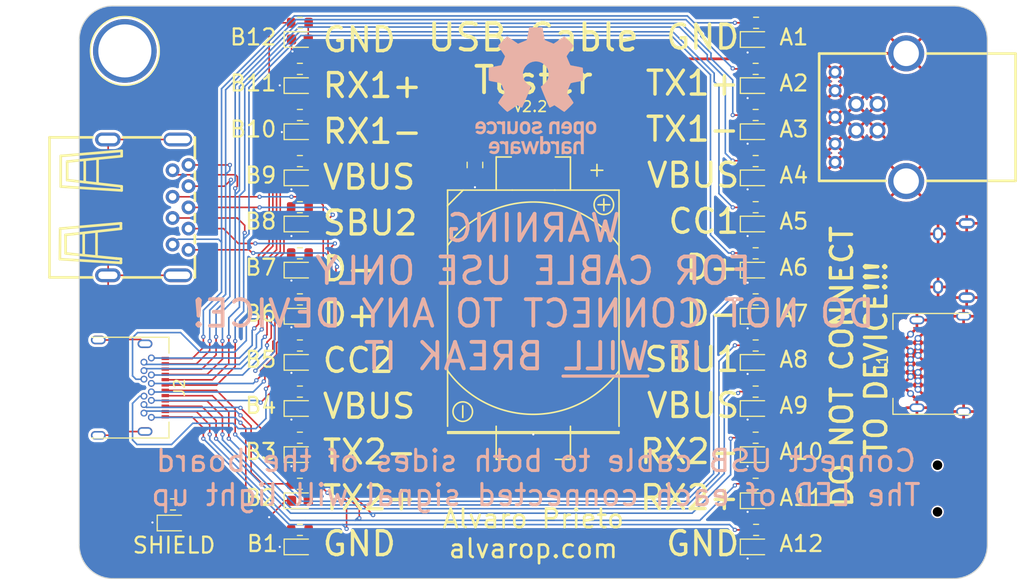
<source format=kicad_pcb>
(kicad_pcb (version 20221018) (generator pcbnew)
  (title_block (title "USB Cable Tester") (date "2023-08-19") (rev "2.2") (company "Quesadillon LLC"))
  (layers (0 "F.Cu" signal) (31 "B.Cu" signal) (34 "B.Paste" user) (35 "F.Paste" user) (36 "B.SilkS" user "B.Silkscreen") (37 "F.SilkS" user "F.Silkscreen") (38 "B.Mask" user) (39 "F.Mask" user) (44 "Edge.Cuts" user))
  (net 0 "")
  (net 1 "Net-(D1-A)")
  (net 2 "Net-(D2-A)")
  (net 3 "GND")
  (net 4 "Net-(D3-A)")
  (net 5 "Net-(D4-A)")
  (net 6 "Net-(D5-A)")
  (net 7 "Net-(D6-A)")
  (net 8 "Net-(D7-A)")
  (net 9 "Net-(D8-A)")
  (net 10 "Net-(D9-A)")
  (net 11 "+3V3")
  (net 12 "Net-(D10-A)")
  (net 13 "Net-(D11-A)")
  (net 14 "Net-(D12-A)")
  (net 15 "Net-(D13-A)")
  (net 16 "Net-(D14-A)")
  (net 17 "Net-(D15-A)")
  (net 18 "Net-(D16-A)")
  (net 19 "Net-(D17-A)")
  (net 20 "Net-(D18-A)")
  (net 21 "Net-(D19-A)")
  (net 22 "Net-(D20-A)")
  (net 23 "Net-(D21-A)")
  (net 24 "Net-(D22-A)")
  (net 25 "Net-(D23-A)")
  (net 26 "Net-(D24-A)")
  (net 27 "Net-(D25-A)")
  (net 28 "/GND_A1")
  (net 29 "/TX1+")
  (net 30 "/TX1-")
  (net 31 "/VBUS_A4")
  (net 32 "/CC1")
  (net 33 "/D+_A")
  (net 34 "/D-_A")
  (net 35 "/VBUS_B9")
  (net 36 "/VBUS_A9")
  (net 37 "/RX2-")
  (net 38 "/RX2+")
  (net 39 "/GND_A12")
  (net 40 "/GND_B1")
  (net 41 "/TX2+")
  (net 42 "/TX2-")
  (net 43 "/VBUS_B4")
  (net 44 "/CC2")
  (net 45 "/D-_B")
  (net 46 "/RX1-")
  (net 47 "/RX1+")
  (net 48 "/GND_B12")
  (net 49 "/SHLD")
  (net 50 "/SBU1")
  (net 51 "/D+_B")
  (net 52 "/SBU2")
  (footprint "LED_SMD:LED_0603_1608Metric" (layer "F.Cu") (at 66.0375 121.75)
    (fp_text reference "D21" hide)
    (fp_text value "LED")
  )
  (footprint "Resistor_SMD:R_0603_1608Metric" (layer "F.Cu") (at 78 113.709086)
    (fp_text reference "R4" hide)
    (fp_text value "1k")
  )
  (footprint "easyeda:MICRO-USB-SMD_10118194-0001LF" (layer "F.Cu") (at 139.5 97 90)
    (fp_text reference "J3" hide)
    (fp_text value "USB_B_Micro")
  )
  (footprint "easyeda:MINI-USB-SMD_MINI-5PTP" (layer "F.Cu") (at 138 118.5 90)
    (fp_text reference "J5" hide)
    (fp_text value "USB_B_Mini")
  )
  (footprint "Resistor_SMD:R_0603_1608Metric" (layer "F.Cu") (at 78 74.6)
    (fp_text reference "R25" hide)
    (fp_text value "1k")
  )
  (footprint "LED_SMD:LED_0603_1608Metric" (layer "F.Cu") (at 78 76.173913)
    (fp_text reference "D25" hide)
    (fp_text value "LED")
  )
  (footprint "Resistor_SMD:R_0603_1608Metric" (layer "F.Cu") (at 120.96 78.945454)
    (fp_text reference "R7" hide)
    (fp_text value "1k")
  )
  (footprint "Resistor_SMD:R_0603_1608Metric" (layer "F.Cu") (at 120.96 87.636362)
    (fp_text reference "R20" hide)
    (fp_text value "1k")
  )
  (footprint "Resistor_SMD:R_0603_1608Metric" (layer "F.Cu") (at 120.96 91.981816)
    (fp_text reference "R16" hide)
    (fp_text value "1k")
  )
  (footprint "LED_SMD:LED_0603_1608Metric" (layer "F.Cu") (at 78 102.260869)
    (fp_text reference "D11" hide)
    (fp_text value "LED")
  )
  (footprint "LED_SMD:LED_0603_1608Metric" (layer "F.Cu") (at 121 84.869565)
    (fp_text reference "D8" hide)
    (fp_text value "LED")
  )
  (footprint "Resistor_SMD:R_0603_1608Metric" (layer "F.Cu") (at 120.96 83.290908)
    (fp_text reference "R8" hide)
    (fp_text value "1k")
  )
  (footprint "Resistor_SMD:R_0603_1608Metric" (layer "F.Cu") (at 120.96 105.018178)
    (fp_text reference "R17" hide)
    (fp_text value "1k")
  )
  (footprint "Resistor_SMD:R_0603_1608Metric" (layer "F.Cu") (at 120.96 118.05454)
    (fp_text reference "R5" hide)
    (fp_text value "1k")
  )
  (footprint "TestPoint:TestPoint_Plated_Hole_D5.0mm" (layer "F.Cu") (at 61.5 77.25)
    (fp_text reference "REF**" hide)
    (fp_text value "TestPoint_Plated_Hole_D5.0mm")
  )
  (footprint "myfootprints:USB_C" (layer "F.Cu") (at 63.5 106.58 -90)
    (fp_text reference "J2")
    (fp_text value "USB_C_Receptacle_ALLPINS")
  )
  (footprint "LED_SMD:LED_0603_1608Metric" (layer "F.Cu") (at 121 119.652173)
    (fp_text reference "D5" hide)
    (fp_text value "LED")
  )
  (footprint "LED_SMD:LED_0603_1608Metric" (layer "F.Cu") (at 78 80.521739)
    (fp_text reference "D9" hide)
    (fp_text value "LED")
  )
  (footprint "Capacitor_SMD:C_0805_2012Metric" (layer "F.Cu") (at 94.5 88 -90)
    (fp_text reference "C1" hide)
    (fp_text value "C_Small")
  )
  (footprint "LED_SMD:LED_0603_1608Metric" (layer "F.Cu") (at 121 97.913043)
    (fp_text reference "D12" hide)
    (fp_text value "LED")
  )
  (footprint "LED_SMD:LED_0603_1608Metric" (layer "F.Cu") (at 121 93.565217)
    (fp_text reference "D16" hide)
    (fp_text value "LED")
  )
  (footprint "Resistor_SMD:R_0603_1608Metric" (layer "F.Cu") (at 78 122.4)
    (fp_text reference "R24" hide)
    (fp_text value "1k")
  )
  (footprint "LED_SMD:LED_0603_1608Metric" (layer "F.Cu") (at 78 84.869565)
    (fp_text reference "D10" hide)
    (fp_text value "LED")
  )
  (footprint "LED_SMD:LED_0603_1608Metric" (layer "F.Cu") (at 78 115.304347)
    (fp_text reference "D4" hide)
    (fp_text value "LED")
  )
  (footprint "Resistor_SMD:R_0603_1608Metric" (layer "F.Cu") (at 120.96 100.672724)
    (fp_text reference "R14" hide)
    (fp_text value "1k")
  )
  (footprint "LED_SMD:LED_0603_1608Metric" (layer "F.Cu") (at 121 102.260869)
    (fp_text reference "D14" hide)
    (fp_text value "LED")
  )
  (footprint "Resistor_SMD:R_0603_1608Metric" (layer "F.Cu") (at 78 109.363632)
    (fp_text reference "R1" hide)
    (fp_text value "1k")
  )
  (footprint "myfootprints:USB_C" (layer "F.Cu") (at 136.06 109.16 90)
    (fp_text reference "J1")
    (fp_text value "USB_C_Receptacle")
  )
  (footprint "Resistor_SMD:R_0603_1608Metric" (layer "F.Cu") (at 78 96.32727)
    (fp_text reference "R13" hide)
    (fp_text value "1k")
  )
  (footprint "LED_SMD:LED_0603_1608Metric" (layer "F.Cu") (at 78 89.217391)
    (fp_text reference "D2" hide)
    (fp_text value "LED")
  )
  (footprint "LED_SMD:LED_0603_1608Metric" (layer "F.Cu") (at 78 106.608695)
    (fp_text reference "D15" hide)
    (fp_text value "LED")
  )
  (footprint "easyeda:USB-B-TH_XUNPU_USB-306BWD-ARW" (layer "F.Cu") (at 131.795 83.5 90)
    (fp_text reference "J4" hide)
    (fp_text value "USB3_B")
  )
  (footprint "LED_SMD:LED_0603_1608Metric" (layer "F.Cu") (at 121 76.173913)
    (fp_text reference "D22" hide)
    (fp_text value "LED")
  )
  (footprint "easyeda:BAT-TH_CR2032-BS-6-1" (layer "F.Cu") (at 100 101.5 90)
    (fp_text reference "BT1" hide)
    (fp_text value "CR2032")
  )
  (footprint "Resistor_SMD:R_0603_1608Metric" (layer "F.Cu") (at 78 91.981816)
    (fp_text reference "R18" hide)
    (fp_text value "1k")
  )
  (footprint "Resistor_SMD:R_0603_1608Metric" (layer "F.Cu") (at 121 122.4)
    (fp_text reference "R23" hide)
    (fp_text value "1k")
  )
  (footprint "LED_SMD:LED_0603_1608Metric" (layer "F.Cu") (at 121 115.304347)
    (fp_text reference "D6" hide)
    (fp_text value "LED")
  )
  (footprint "easyeda:USB-A-TH_U231-091N-5" (layer "F.Cu") (at 63.7 92 -90)
    (fp_text reference "J6" hide)
    (fp_text value "USB3_A")
  )
  (footprint "LED_SMD:LED_0603_1608Metric" (layer "F.Cu") (at 121 89.217391)
    (fp_text reference "D20" hide)
    (fp_text value "LED")
  )
  (footprint "Resistor_SMD:R_0603_1608Metric" (layer "F.Cu") (at 78 87.636362)
    (fp_text reference "R2" hide)
    (fp_text value "1k")
  )
  (footprint "LED_SMD:LED_0603_1608Metric" (layer "F.Cu") (at 121 106.608695)
    (fp_text reference "D17" hide)
    (fp_text value "LED")
  )
  (footprint "Resistor_SMD:R_0603_1608Metric" (layer "F.Cu") (at 78 83.290908)
    (fp_text reference "R10" hide)
    (fp_text value "1k")
  )
  (footprint "Resistor_SMD:R_0603_1608Metric" (layer "F.Cu") (at 78 118.05454)
    (fp_text reference "R3" hide)
    (fp_text value "1k")
  )
  (footprint "LED_SMD:LED_0603_1608Metric" (layer "F.Cu") (at 121 124)
    (fp_text reference "D23" hide)
    (fp_text value "LED")
  )
  (footprint "Resistor_SMD:R_0603_1608Metric" (layer "F.Cu") (at 120.96 109.363632)
    (fp_text reference "R19" hide)
    (fp_text value "1k")
  )
  (footprint "Resistor_SMD:R_0603_1608Metric" (layer "F.Cu") (at 120.96 96.32727)
    (fp_text reference "R12" hide)
    (fp_text value "1k")
  )
  (footprint "Resistor_SMD:R_0603_1608Metric" (layer "F.Cu") (at 78 78.945454)
    (fp_text reference "R9" hide)
    (fp_text value "1k")
  )
  (footprint "LED_SMD:LED_0603_1608Metric" (layer "F.Cu") (at 78 110.956521)
    (fp_text reference "D1" hide)
    (fp_text value "LED")
  )
  (footprint "Resistor_SMD:R_0603_1608Metric" (layer "F.Cu") (at 121 74.6)
    (fp_text reference "R22" hide)
    (fp_text value "1k")
  )
  (footprint "LED_SMD:LED_0603_1608Metric" (layer "F.Cu") (at 121 110.956521)
    (fp_text reference "D19" hide)
    (fp_text value "LED")
  )
  (footprint "Resistor_SMD:R_0603_1608Metric" (layer "F.Cu") (at 78 105.018178)
    (fp_text reference "R15" hide)
    (fp_text value "1k")
  )
  (footprint "LED_SMD:LED_0603_1608Metric" (layer "F.Cu") (at 121 80.521739)
    (fp_text reference "D7" hide)
    (fp_text value "LED")
  )
  (footprint "Resistor_SMD:R_0603_1608Metric" (layer "F.Cu") (at 66.0375 120)
    (fp_text reference "R21" hide)
    (fp_text value "1k")
  )
  (footprint "LED_SMD:LED_0603_1608Metric" (layer "F.Cu") (at 78 119.652173)
    (fp_text reference "D3" hide)
    (fp_text value "LED")
  )
  (footprint "LED_SMD:LED_0603_1608Metric" (layer "F.Cu") (at 78 124)
    (fp_text reference "D24" hide)
    (fp_text value "LED")
  )
  (footprint "LED_SMD:LED_0603_1608Metric" (layer "F.Cu") (at 78 97.913043)
    (fp_text reference "D13" hide)
    (fp_text value "LED")
  )
  (footprint "Resistor_SMD:R_0603_1608Metric" (layer "F.Cu") (at 120.96 113.709086)
    (fp_text reference "R6" hide)
    (fp_text value "1k")
  )
  (footprint "Resistor_SMD:R_0603_1608Metric" (layer "F.Cu") (at 78 100.672724)
    (fp_text reference "R11" hide)
    (fp_text value "1k")
  )
  (footprint "LED_SMD:LED_0603_1608Metric" (layer "F.Cu") (at 78 93.565217)
    (fp_text reference "D18" hide)
    (fp_text value "LED")
  )
  (footprint "Symbol:OSHW-Logo_11.4x12mm_SilkScreen" (layer "B.Cu") (at 100.25 81 180)
    (fp_text reference "REF**" hide)
    (fp_text value "OSHW-Logo_11.4x12mm_SilkScreen" hide)
  )
  (gr_line (start 102.8 107.9) (end 110.8 107.9) (stroke (width 0.3)) (layer "B.SilkS"))
  (gr_line locked (start 57.2 123.81) (end 57.2 76.19) (stroke (width 0.1)) (layer "Edge.Cuts"))
  (gr_arc locked (start 57.2 76.19) (mid 58.1314 73.9414) (end 60.38 73.01) (stroke (width 0.1)) (layer "Edge.Cuts"))
  (gr_arc locked (start 60.38 126.99) (mid 58.1314 126.0586) (end 57.2 123.81) (stroke (width 0.1)) (layer "Edge.Cuts"))
  (gr_arc locked (start 142.8 123.81) (mid 141.8686 126.0586) (end 139.62 126.99) (stroke (width 0.1)) (layer "Edge.Cuts"))
  (gr_line locked (start 139.62 126.99) (end 60.38 126.99) (stroke (width 0.1)) (layer "Edge.Cuts"))
  (gr_arc locked (start 139.62 73.01) (mid 141.8686 73.9414) (end 142.8 76.19) (stroke (width 0.1)) (layer "Edge.Cuts"))
  (gr_line locked (start 142.8 76.19) (end 142.8 123.81) (stroke (width 0.1)) (layer "Edge.Cuts"))
  (gr_line locked (start 60.38 73.01) (end 139.62 73.01) (stroke (width 0.1)) (layer "Edge.Cuts"))
  (gr_text "Connect USB cable to both sides of the board\nThe LED of each connected signal will light up" (at 100.25 117.5) (layer "B.SilkS") (effects (font (size 2 2) (thickness 0.285714)) (justify mirror)))
  (gr_text "WARNING\nFOR CABLE USE ONLY\nDO NOT CONNECT TO ANY DEVICE!\nIT WILL BREAK IT" (at 100 100) (layer "B.SilkS") (effects (font (size 2.5 2.5) (thickness 0.357143)) (justify mirror)))
  (gr_text "VBUS" (at 115.058334 88.972727) (layer "F.SilkS") (effects (font (size 2.25 2.25) (thickness 0.321429))))
  (gr_text "A12" (at 125.272619 123.7) (layer "F.SilkS") (effects (font (size 1.5 1.5) (thickness 0.214286))))
  (gr_text "TX1+" (at 115.004762 80.290909) (layer "F.SilkS") (effects (font (size 2.25 2.25) (thickness 0.321429))))
  (gr_text "B2" (at 74.314286 119.35909) (layer "F.SilkS") (effects (font (size 1.5 1.5) (thickness 0.214286))))
  (gr_text "D+" (at 82.689285 102.109086) (layer "F.SilkS") (effects (font (size 2.25 2.25) (thickness 0.321429))))
  (gr_text "CC1" (at 116.076191 93.313636) (layer "F.SilkS") (effects (font (size 2.25 2.25) (thickness 0.321429))))
  (gr_text "RX2-" (at 114.736905 115.018181) (layer "F.SilkS") (effects (font (size 2.25 2.25) (thickness 0.321429))))
  (gr_text "B5" (at 74.314286 106.336363) (layer "F.SilkS") (effects (font (size 1.5 1.5) (thickness 0.214286))))
  (gr_text "SBU2" (at 84.617857 93.472724) (layer "F.SilkS") (effects (font (size 2.25 2.25) (thickness 0.321429))))
  (gr_text "B10" (at 73.6 84.631818) (layer "F.SilkS") (effects (font (size 1.5 1.5) (thickness 0.214286))))
  (gr_text "VBUS" (at 84.510714 89.154543) (layer "F.SilkS") (effects (font (size 2.25 2.25) (thickness 0.321429))))
  (gr_text "SBU1" (at 114.951191 106.336363) (layer "F.SilkS") (effects (font (size 2.25 2.25) (thickness 0.321429))))
  (gr_text "GND" (at 83.6 76.2) (layer "F.SilkS") (effects (font (size 2.25 2.25) (thickness 0.321429))))
  (gr_text "B6" (at 74.314286 101.995454) (layer "F.SilkS") (effects (font (size 1.5 1.5) (thickness 0.214286))))
  (gr_text "A2" (at 124.558334 80.290909) (layer "F.SilkS") (effects (font (size 1.5 1.5) (thickness 0.214286))))
  (gr_text "TX2-" (at 84.564285 115.063629) (layer "F.SilkS") (effects (font (size 2.25 2.25) (thickness 0.321429))))
  (gr_text "B1" (at 74.469048 123.7) (layer "F.SilkS") (effects (font (size 1.5 1.5) (thickness 0.214286))))
  (gr_text "GND" (at 115.969048 75.95) (layer "F.SilkS") (effects (font (size 2.25 2.25) (thickness 0.321429))))
  (gr_text "GND" (at 115.969048 123.7) (layer "F.SilkS") (effects (font (size 2.25 2.25) (thickness 0.321429))))
  (gr_text "A1" (at 124.558334 75.95) (layer "F.SilkS") (effects (font (size 1.5 1.5) (thickness 0.214286))))
  (gr_text "A11" (at 125.272619 119.35909) (layer "F.SilkS") (effects (font (size 1.5 1.5) (thickness 0.214286))))
  (gr_text "B12" (at 73.6 75.95) (layer "F.SilkS") (effects (font (size 1.5 1.5) (thickness 0.214286))))
  (gr_text "A3" (at 124.558334 84.631818) (layer "F.SilkS") (effects (font (size 1.5 1.5) (thickness 0.214286))))
  (gr_text "TX2+" (at 84.564285 119.38181) (layer "F.SilkS") (effects (font (size 2.25 2.25) (thickness 0.321429))))
  (gr_text "A4" (at 124.558334 88.972727) (layer "F.SilkS") (effects (font (size 1.5 1.5) (thickness 0.214286))))
  (gr_text "Alvaro Prieto\nalvarop.com" (at 100 122.75) (layer "F.SilkS") (effects (font (size 1.75 1.75) (thickness 0.25))))
  (gr_text "D-" (at 82.689285 97.790905) (layer "F.SilkS") (effects (font (size 2.25 2.25) (thickness 0.321429))))
  (gr_text "D-" (at 116.879762 101.995454) (layer "F.SilkS") (effects (font (size 2.25 2.25) (thickness 0.321429))))
  (gr_text "VBUS" (at 115.058334 110.677272) (layer "F.SilkS") (effects (font (size 2.25 2.25) (thickness 0.321429))))
  (gr_text "B7" (at 74.314286 97.654545) (layer "F.SilkS") (effects (font (size 1.5 1.5) (thickness 0.214286))))
  (gr_text "B3" (at 74.314286 115.018181) (layer "F.SilkS") (effects (font (size 1.5 1.5) (thickness 0.214286))))
  (gr_text "A6" (at 124.558334 97.654545) (layer "F.SilkS") (effects (font (size 1.5 1.5) (thickness 0.214286))))
  (gr_text "A5" (at 124.558334 93.313636) (layer "F.SilkS") (effects (font (size 1.5 1.5) (thickness 0.214286))))
  (gr_text "RX1-" (at 84.832143 84.836362) (layer "F.SilkS") (effects (font (size 2.25 2.25) (thickness 0.321429))))
  (gr_text "TX1-" (at 115.004762 84.631818) (layer "F.SilkS") (effects (font (size 2.25 2.25) (thickness 0.321429))))
  (gr_text "DO NOT CONNECT \nTO DEVICE!!!" (at 130.7 106.25 90) (layer "F.SilkS") (effects (font (size 2 2) (thickness 0.321429))))
  (gr_text "A8" (at 124.558334 106.336363) (layer "F.SilkS") (effects (font (size 1.5 1.5) (thickness 0.214286))))
  (gr_text "VBUS" (at 84.510714 110.745448) (layer "F.SilkS") (effects (font (size 2.25 2.25) (thickness 0.321429))))
  (gr_text "B8" (at 74.314286 93.313636) (layer "F.SilkS") (effects (font (size 1.5 1.5) (thickness 0.214286))))
  (gr_text "CC2" (at 83.492857 106.427267) (layer "F.SilkS") (effects (font (size 2.25 2.25) (thickness 0.321429))))
  (gr_text "USB Cable\nTester" (at 100 78) (layer "F.SilkS") (effects (font (size 2.5 2.5) (thickness 0.357143))))
  (gr_text "GND" (at 83.6 123.7) (layer "F.SilkS") (effects (font (size 2.25 2.25) (thickness 0.321429))))
  (gr_text "A7" (at 124.558334 101.995454) (layer "F.SilkS") (effects (font (size 1.5 1.5) (thickness 0.214286))))
  (gr_text "RX2+" (at 114.736905 119.35909) (layer "F.SilkS") (effects (font (size 2.25 2.25) (thickness 0.321429))))
  (gr_text "A10" (at 125.272619 115.018181) (layer "F.SilkS") (effects (font (size 1.5 1.5) (thickness 0.214286))))
  (gr_text "A9" (at 124.558334 110.677272) (layer "F.SilkS") (effects (font (size 1.5 1.5) (thickness 0.214286))))
  (gr_text "D+" (at 116.879762 97.654545) (layer "F.SilkS") (effects (font (size 2.25 2.25) (thickness 0.321429))))
  (gr_text "B4" (at 74.314286 110.677272) (layer "F.SilkS") (effects (font (size 1.5 1.5) (thickness 0.214286))))
  (gr_text "RX1+" (at 84.832143 80.518181) (layer "F.SilkS") (effects (font (size 2.25 2.25) (thickness 0.321429))))
  (gr_text "B9" (at 74.314286 88.972727) (layer "F.SilkS") (effects (font (size 1.5 1.5) (thickness 0.214286))))
  (gr_text "B11" (at 73.6 80.290909) (layer "F.SilkS") (effects (font (size 1.5 1.5) (thickness 0.214286))))
  (gr_text "SHIELD" (at 66.1375 123.85) (layer "F.SilkS") (effects (font (size 1.5 1.5) (thickness 0.214286))))
  (gr_text "v2.2" (at 99.75 82.5) (layer "F.SilkS") (effects (font (size 1 1))))
  (segment (start 78.7875 110.956521) (end 78.7875 109.401132) (width 0.15) (layer "F.Cu") (net 1))
  (segment (start 78.7875 109.401132) (end 78.825 109.363632) (width 0.15) (layer "F.Cu") (net 1))
  (segment (start 78.7875 89.217391) (end 78.7875 87.673862) (width 0.15) (layer "F.Cu") (net 2))
  (segment (start 78.7875 87.673862) (end 78.825 87.636362) (width 0.15) (layer "F.Cu") (net 2))
  (segment (start 100 116) (end 100 113.4) (width 0.254) (layer "F.Cu") (net 3))
  (segment (start 77.2125 97.913043) (end 77.2125 98.8875) (width 0.15) (layer "F.Cu") (net 3))
  (segment (start 120.2125 84.869565) (end 120.2125 85.9875) (width 0.15) (layer "F.Cu") (net 3))
  (segment (start 120.2125 102.260869) (end 120.2125 103.3875) (width 0.15) (layer "F.Cu") (net 3))
  (segment (start 120.2125 120.6875) (end 120.2 120.7) (width 0.15) (layer "F.Cu") (net 3))
  (segment (start 120.2125 107.6875) (end 120.2 107.7) (width 0.15) (layer "F.Cu") (net 3))
  (segment (start 77.2125 103.2875) (end 77.2 103.3) (width 0.15) (layer "F.Cu") (net 3))
  (segment (start 120.2125 115.304347) (end 120.2125 116.3875) (width 0.15) (layer "F.Cu") (net 3))
  (segment (start 120.2125 81.6875) (end 120.2 81.7) (width 0.15) (layer "F.Cu") (net 3))
  (segment (start 77.2125 84.869565) (end 76.330435 84.869565) (width 0.15) (layer "F.Cu") (net 3))
  (segment (start 120.2125 97.913043) (end 120.2125 99.0875) (width 0.15) (layer "F.Cu") (net 3))
  (segment (start 94.5 88.95) (end 94.5 90.1) (width 0.254) (layer "F.Cu") (net 3))
  (segment (start 77.2125 89.217391) (end 77.2125 90.2875) (width 0.15) (layer "F.Cu") (net 3))
  (segment (start 77.2125 110.956521) (end 77.2125 111.9875) (width 0.15) (layer "F.Cu") (net 3))
  (segment (start 77.2125 77.2125) (end 77.3 77.3) (width 0.15) (layer "F.Cu") (net 3))
  (segment (start 65.25 121.75) (end 64.15 121.75) (width 0.15) (layer "F.Cu") (net 3))
  (segment (start 77.2125 106.608695) (end 77.2125 107.5875) (width 0.15) (layer "F.Cu") (net 3))
  (segment (start 77.2125 115.304347) (end 77.2125 116.3875) (width 0.15) (layer "F.Cu") (net 3))
  (segment (start 77.2125 94.6875) (end 77.2 94.7) (width 0.15) (layer "F.Cu") (net 3))
  (segment (start 120.2125 111.9875) (end 120.2 112) (width 0.15) (layer "F.Cu") (net 3))
  (segment (start 76.121739 80.521739) (end 76.1 80.5) (width 0.15) (layer "F.Cu") (net 3))
  (segment (start 120.2125 103.3875) (end 120.2 103.4) (width 0.15) (layer "F.Cu") (net 3))
  (segment (start 120.2125 90.2875) (end 120.2 90.3) (width 0.15) (layer "F.Cu") (net 3))
  (segment (start 120.2125 80.521739) (end 120.2125 81.6875) (width 0.15) (layer "F.Cu") (net 3))
  (segment (start 76.330435 84.869565) (end 76.3 84.9) (width 0.15) (layer "F.Cu") (net 3))
  (segment (start 120.2125 106.608695) (end 120.2125 107.6875) (width 0.15) (layer "F.Cu") (net 3))
  (segment (start 120.2125 124) (end 120.2125 125.0875) (width 0.15) (layer "F.Cu") (net 3))
  (segment (start 76.647827 119.652173) (end 75.1 121.2) (width 0.15) (layer "F.Cu") (net 3))
  (segment (start 120.2125 85.9875) (end 120.2 86) (width 0.15) (layer "F.Cu") (net 3))
  (segment (start 77.2125 119.652173) (end 76.647827 119.652173) (width 0.15) (layer "F.Cu") (net 3))
  (segment (start 77.2125 90.2875) (end 77.2 90.3) (width 0.15) (layer "F.Cu") (net 3))
  (segment (start 77.2125 107.5875) (end 77.2 107.6) (width 0.15) (layer "F.Cu") (net 3))
  (segment (start 77.2125 98.8875) (end 77.2 98.9) (width 0.15) (layer "F.Cu") (net 3))
  (segment (start 120.2125 93.565217) (end 120.2125 94.6875) (width 0.15) (layer "F.Cu") (net 3))
  (segment (start 120.2125 94.6875) (end 120.2 94.7) (width 0.15) (layer "F.Cu") (net 3))
  (segment (start 77.2125 102.260869) (end 77.2125 103.2875) (width 0.15) (layer "F.Cu") (net 3))
  (segment (start 120.2125 77.3875) (end 120.2 77.4) (width 0.15) (layer "F.Cu") (net 3))
  (segment (start 120.2125 110.956521) (end 120.2125 111.9875) (width 0.15) (layer "F.Cu") (net 3))
  (segment (start 120.2125 99.0875) (end 120.2 99.1) (width 0.15) (layer "F.Cu") (net 3))
  (segment (start 120.2125 76.173913) (end 120.2125 77.3875) (width 0.15) (layer "F.Cu") (net 3))
  (segment (start 120.2125 89.217391) (end 120.2125 90.2875) (width 0.15) (layer "F.Cu") (net 3))
  (segment (start 77.2125 80.521739) (end 76.121739 80.521739) (width 0.15) (layer "F.Cu") (net 3))
  (segment (start 120.2125 116.3875) (end 120.2 116.4) (width 0.15) (layer "F.Cu") (net 3))
  (segment (start 64.15 121.75) (end 64.1 121.7) (width 0.15) (layer "F.Cu") (net 3))
  (segment (start 120.2125 119.652173) (end 120.2125 120.6875) (width 0.15) (layer "F.Cu") (net 3))
  (segment (start 77.2125 116.3875) (end 77.2 116.4) (width 0.15) (layer "F.Cu") (net 3))
  (segment (start 77.2125 93.565217) (end 77.2125 94.6875) (width 0.15) (layer "F.Cu") (net 3))
  (segment (start 77.2125 111.9875) (end 77.2 112) (width 0.15) (layer "F.Cu") (net 3))
  (segment (start 77.2125 76.173913) (end 77.2125 77.2125) (width 0.15) (layer "F.Cu") (net 3))
  (segment (start 120.2125 125.0875) (end 120.2 125.1) (width 0.15) (layer "F.Cu") (net 3))
  (segment (start 77.2125 124) (end 76.1 124) (width 0.15) (layer "F.Cu") (net 3))
  (via (at 120.2 107.7) (size 0.4) (drill 0.2) (layers "F.Cu" "B.Cu") (net 3))
  (via (at 76.1 124) (size 0.4) (drill 0.2) (layers "F.Cu" "B.Cu") (net 3))
  (via (at 94.5 90.1) (size 0.4) (drill 0.2) (layers "F.Cu" "B.Cu") (net 3))
  (via (at 77.2 116.4) (size 0.4) (drill 0.2) (layers "F.Cu" "B.Cu") (net 3))
  (via (at 77.3 77.3) (size 0.4) (drill 0.2) (layers "F.Cu" "B.Cu") (net 3))
  (via (at 77.2 112) (size 0.4) (drill 0.2) (layers "F.Cu" "B.Cu") (net 3))
  (via (at 120.2 86) (size 0.4) (drill 0.2) (layers "F.Cu" "B.Cu") (net 3))
  (via (at 120.2 103.4) (size 0.4) (drill 0.2) (layers "F.Cu" "B.Cu") (net 3))
  (via (at 120.2 116.4) (size 0.4) (drill 0.2) (layers "F.Cu" "B.Cu") (net 3))
  (via (at 120.2 81.7) (size 0.4) (drill 0.2) (layers "F.Cu" "B.Cu") (net 3))
  (via (at 100 113.4) (size 0.4) (drill 0.2) (layers "F.Cu" "B.Cu") (net 3))
  (via (at 120.2 99.1) (size 0.4) (drill 0.2) (layers "F.Cu" "B.Cu") (net 3))
  (via (at 75.1 121.2) (size 0.4) (drill 0.2) (layers "F.Cu" "B.Cu") (net 3))
  (via (at 77.2 103.3) (size 0.4) (drill 0.2) (layers "F.Cu" "B.Cu") (net 3))
  (via (at 77.2 98.9) (size 0.4) (drill 0.2) (layers "F.Cu" "B.Cu") (net 3))
  (via (at 120.2 112) (size 0.4) (drill 0.2) (layers "F.Cu" "B.Cu") (net 3))
  (via (at 77.2 107.6) (size 0.4) (drill 0.2) (layers "F.Cu" "B.Cu") (net 3))
  (via (at 120.2 90.3) (size 0.4) (drill 0.2) (layers "F.Cu" "B.Cu") (net 3))
  (via (at 120.2 77.4) (size 0.4) (drill 0.2) (layers "F.Cu" "B.Cu") (net 3))
  (via (at 120.2 94.7) (size 0.4) (drill 0.2) (layers "F.Cu" "B.Cu") (net 3))
  (via (at 120.2 120.7) (size 0.4) (drill 0.2) (layers "F.Cu" "B.Cu") (net 3))
  (via (at 77.2 90.3) (size 0.4) (drill 0.2) (layers "F.Cu" "B.Cu") (net 3))
  (via (at 64.1 121.7) (size 0.4) (drill 0.2) (layers "F.Cu" "B.Cu") (net 3))
  (via (at 77.2 94.7) (size 0.4) (drill 0.2) (layers "F.Cu" "B.Cu") (net 3))
  (via (at 76.1 80.5) (size 0.4) (drill 0.2) (layers "F.Cu" "B.Cu") (net 3))
  (via (at 120.2 125.1) (size 0.4) (drill 0.2) (layers "F.Cu" "B.Cu") (net 3))
  (via (at 76.3 84.9) (size 0.4) (drill 0.2) (layers "F.Cu" "B.Cu") (net 3))
  (segment (start 78.7875 119.652173) (end 78.7875 118.09204) (width 0.15) (layer "F.Cu") (net 4))
  (segment (start 78.7875 118.09204) (end 78.825 118.05454) (width 0.15) (layer "F.Cu") (net 4))
  (segment (start 78.7875 115.304347) (end 78.7875 113.746586) (width 0.15) (layer "F.Cu") (net 5))
  (segment (start 78.7875 113.746586) (end 78.825 113.709086) (width 0.15) (layer "F.Cu") (net 5))
  (segment (start 121.7875 119.652173) (end 121.7875 118.05704) (width 0.15) (layer "F.Cu") (net 6))
  (segment (start 121.7875 118.05704) (end 121.785 118.05454) (width 0.15) (layer "F.Cu") (net 6))
  (segment (start 121.7875 115.304347) (end 121.7875 113.711586) (width 0.15) (layer "F.Cu") (net 7))
  (segment (start 121.7875 113.711586) (end 121.785 113.709086) (width 0.15) (layer "F.Cu") (net 7))
  (segment (start 121.7875 80.521739) (end 121.7875 78.947954) (width 0.15) (layer "F.Cu") (net 8))
  (segment (start 121.7875 78.947954) (end 121.785 78.945454) (width 0.15) (layer "F.Cu") (net 8))
  (segment (start 121.7875 84.869565) (end 121.7875 83.293408) (width 0.15) (layer "F.Cu") (net 9))
  (segment (start 121.7875 83.293408) (end 121.785 83.290908) (width 0.15) (layer "F.Cu") (net 9))
  (segment (start 78.7875 78.982954) (end 78.825 78.945454) (width 0.15) (layer "F.Cu") (net 10))
  (segment (start 78.7875 80.521739) (end 78.7875 78.982954) (width 0.15) (layer "F.Cu") (net 10))
  (segment (start 94.5 87.05) (end 99.95 87.05) (width 0.254) (layer "F.Cu") (net 11))
  (segment (start 130.82 77.48) (end 135.21 77.48) (width 0.254) (layer "F.Cu") (net 11))
  (segment (start 129.9 78) (end 130.1 78.2) (width 0.254) (layer "F.Cu") (net 11))
  (segment (start 130.1 78.2) (end 130.82 77.48) (width 0.254) (layer "F.Cu") (net 11))
  (segment (start 109 78) (end 129.9 78) (width 0.254) (layer "F.Cu") (net 11))
  (segment (start 100 87) (end 109 78) (width 0.254) (layer "F.Cu") (net 11))
  (segment (start 99.95 87.05) (end 100 87) (width 0.254) (layer "F.Cu") (net 11))
  (segment (start 78.7875 84.869565) (end 78.7875 83.328408) (width 0.15) (layer "F.Cu") (net 12))
  (segment (start 78.7875 83.328408) (end 78.825 83.290908) (width 0.15) (layer "F.Cu") (net 12))
  (segment (start 78.7875 100.710224) (end 78.825 100.672724) (width 0.15) (layer "F.Cu") (net 13))
  (segment (start 78.7875 102.260869) (end 78.7875 100.710224) (width 0.15) (layer "F.Cu") (net 13))
  (segment (start 121.7875 96.32977) (end 121.785 96.32727) (width 0.15) (layer "F.Cu") (net 14))
  (segment (start 121.7875 97.913043) (end 121.7875 96.32977) (width 0.15) (layer "F.Cu") (net 14))
  (segment (start 78.7875 96.36477) (end 78.825 96.32727) (width 0.15) (layer "F.Cu") (net 15))
  (segment (start 78.7875 97.913043) (end 78.7875 96.36477) (width 0.15) (layer "F.Cu") (net 15))
  (segment (start 121.7875 100.675224) (end 121.785 100.672724) (width 0.15) (layer "F.Cu") (net 16))
  (segment (start 121.7875 102.260869) (end 121.7875 100.675224) (width 0.15) (layer "F.Cu") (net 16))
  (segment (start 78.7875 105.055678) (end 78.825 105.018178) (width 0.15) (layer "F.Cu") (net 17))
  (segment (start 78.7875 106.608695) (end 78.7875 105.055678) (width 0.15) (layer "F.Cu") (net 17))
  (segment (start 121.7875 93.565217) (end 121.7875 91.984316) (width 0.15) (layer "F.Cu") (net 18))
  (segment (start 121.7875 91.984316) (end 121.785 91.981816) (width 0.15) (layer "F.Cu") (net 18))
  (segment (start 121.7875 105.020678) (end 121.785 105.018178) (width 0.15) (layer "F.Cu") (net 19))
  (segment (start 121.7875 106.608695) (end 121.7875 105.020678) (width 0.15) (layer "F.Cu") (net 19))
  (segment (start 78.7875 93.565217) (end 78.7875 92.019316) (width 0.15) (layer "F.Cu") (net 20))
  (segment (start 78.7875 92.019316) (end 78.825 91.981816) (width 0.15) (layer "F.Cu") (net 20))
  (segment (start 121.7875 110.956521) (end 121.7875 109.366132) (width 0.15) (layer "F.Cu") (net 21))
  (segment (start 121.7875 109.366132) (end 121.785 109.363632) (width 0.15) (layer "F.Cu") (net 21))
  (segment (start 121.7875 89.217391) (end 121.7875 87.638862) (width 0.15) (layer "F.Cu") (net 22))
  (segment (start 121.7875 87.638862) (end 121.785 87.636362) (width 0.15) (layer "F.Cu") (net 22))
  (segment (start 66.8625 120) (end 66.8625 121.7125) (width 0.15) (layer "F.Cu") (net 23))
  (segment (start 66.8625 121.7125) (end 66.825 121.75) (width 0.15) (layer "F.Cu") (net 23))
  (segment (start 121.7875 74.6375) (end 121.825 74.6) (width 0.15) (layer "F.Cu") (net 24))
  (segment (start 121.7875 76.173913) (end 121.7875 74.6375) (width 0.15) (layer "F.Cu") (net 24))
  (segment (start 121.7875 122.4375) (end 121.825 122.4) (width 0.15) (layer "F.Cu") (net 25))
  (segment (start 121.7875 124) (end 121.7875 122.4375) (width 0.15) (layer "F.Cu") (net 25))
  (segment (start 78.7875 124) (end 78.7875 122.4375) (width 0.15) (layer "F.Cu") (net 26))
  (segment (start 78.7875 122.4375) (end 78.825 122.4) (width 0.15) (layer "F.Cu") (net 26))
  (segment (start 78.7875 76.173913) (end 78.7875 74.6375) (width 0.15) (layer "F.Cu") (net 27))
  (segment (start 78.7875 74.6375) (end 78.825 74.6) (width 0.15) (layer "F.Cu") (net 27))
  (segment (start 68.9 104.2) (end 68.9 105.2) (width 0.15) (layer "F.Cu") (net 28))
  (segment (start 68.9 105.2) (end 67.85 106.25) (width 0.15) (layer "F.Cu") (net 28))
  (segment (start 119 74.6) (end 120.175 74.6) (width 0.15) (layer "F.Cu") (net 28))
  (segment (start 67.85 106.25) (end 65.21 106.25) (width 0.15) (layer "F.Cu") (net 28))
  (via (at 119 74.6) (size 0.4) (drill 0.2) (layers "F.Cu" "B.Cu") (net 28))
  (via (at 68.9 104.2) (size 0.4) (drill 0.2) (layers "F.Cu" "B.Cu") (net 28))
  (segment (start 68.9 104.2) (end 68.9 101.7) (width 0.15) (layer "B.Cu") (net 28))
  (segment (start 70.614327 80.814327) (end 77.476159 73.952495) (width 0.15) (layer "B.Cu") (net 28))
  (segment (start 68.9 101.7) (end 70.614327 99.985673) (width 0.15) (layer "B.Cu") (net 28))
  (segment (start 70.614327 99.985673) (end 70.614327 95.285673) (width 0.15) (layer "B.Cu") (net 28))
  (segment (start 70.614327 95.285673) (end 70.614327 80.814327) (width 0.15) (layer "B.Cu") (net 28))
  (segment (start 66.525 95) (end 70.328654 95) (width 0.15) (layer "B.Cu") (net 28))
  (segment (start 66.025 95.5) (end 66.525 95) (width 0.15) (layer "B.Cu") (net 28))
  (segment (start 114.52384 73.952495) (end 115.171345 74.6) (width 0.15) (layer "B.Cu") (net 28))
  (segment (start 70.328654 95) (end 70.614327 95.285673) (width 0.15) (layer "B.Cu") (net 28))
  (segment (start 115.171345 74.6) (end 119 74.6) (width 0.15) (layer "B.Cu") (net 28))
  (segment (start 77.476159 73.952495) (end 114.52384 73.952495) (width 0.15) (layer "B.Cu") (net 28))
  (segment (start 118.8 78.9) (end 118.845454 78.945454) (width 0.15) (layer "F.Cu") (net 29))
  (segment (start 69.5 104.6) (end 69.5 105.5) (width 0.15) (layer "F.Cu") (net 29))
  (segment (start 67.525 88) (end 71.4 88) (width 0.15) (layer "F.Cu") (net 29))
  (segment (start 69.5 105.5) (end 68.25 106.75) (width 0.15) (layer "F.Cu") (net 29))
  (segment (start 68.25 106.75) (end 65.21 106.75) (width 0.15) (layer "F.Cu") (net 29))
  (segment (start 118.845454 78.945454) (end 120.135 78.945454) (width 0.15) (layer "F.Cu") (net 29))
  (via (at 118.8 78.9) (size 0.4) (drill 0.2) (layers "F.Cu" "B.Cu") (net 29))
  (via (at 69.5 104.6) (size 0.4) (drill 0.2) (layers "F.Cu" "B.Cu") (net 29))
  (via (at 71.4 88) (size 0.4) (drill 0.2) (layers "F.Cu" "B.Cu") (net 29))
  (segment (start 71 88.9) (end 71 80.922923) (width 0.15) (layer "B.Cu") (net 29))
  (segment (start 71 89.2) (end 71 88.9) (width 0.15) (layer "B.Cu") (net 29))
  (segment (start 69.5 104.6) (end 69.5 101.7) (width 0.15) (layer "B.Cu") (net 29))
  (segment (start 71.4 88.5) (end 71.4 88) (width 0.15) (layer "B.Cu") (net 29))
  (segment (start 70.4 100.8) (end 71 100.2) (width 0.15) (layer "B.Cu") (net 29))
  (segment (start 71 88.9) (end 71.4 88.5) (width 0.15) (layer "B.Cu") (net 29))
  (segment (start 77.620927 74.301996) (end 114.379073 74.301996) (width 0.15) (layer "B.Cu") (net 29))
  (segment (start 69.5 101.7) (end 70.4 100.8) (width 0.15) (layer "B.Cu") (net 29))
  (segment (start 71 80.922923) (end 77.620927 74.301996) (width 0.15) (layer "B.Cu") (net 29))
  (segment (start 114.379073 74.301996) (end 115.798004 75.720927) (width 0.15) (layer "B.Cu") (net 29))
  (segment (start 115.798004 75.898004) (end 118.8 78.9) (width 0.15) (layer "B.Cu") (net 29))
  (segment (start 71 100.2) (end 71 89.2) (width 0.15) (layer "B.Cu") (net 29))
  (segment (start 115.798004 75.720927) (end 115.798004 75.898004) (width 0.15) (layer "B.Cu") (net 29))
  (segment (start 118.8 83.3) (end 120.125908 83.3) (width 0.15) (layer "F.Cu") (net 30))
  (segment (start 70.1 104.2) (end 70.1 105.9) (width 0.15) (layer "F.Cu") (net 30))
  (segment (start 70.1 105.9) (end 68.75 107.25) (width 0.15) (layer "F.Cu") (net 30))
  (segment (start 68.75 107.25) (end 65.21 107.25) (width 0.15) (layer "F.Cu") (net 30))
  (segment (start 70.9 90) (end 67.525 90) (width 0.15) (layer "F.Cu") (net 30))
  (segment (start 71.5 89.4) (end 70.9 90) (width 0.15) (layer "F.Cu") (net 30))
  (segment (start 120.125908 83.3) (end 120.135 83.290908) (width 0.15) (layer "F.Cu") (net 30))
  (via (at 71.5 89.4) (size 0.4) (drill 0.2) (layers "F.Cu" "B.Cu") (net 30))
  (via (at 70.1 104.2) (size 0.4) (drill 0.2) (layers "F.Cu" "B.Cu") (net 30))
  (via (at 118.8 83.3) (size 0.4) (drill 0.2) (layers "F.Cu" "B.Cu") (net 30))
  (segment (start 116.748503 77.465693) (end 116.748503 77.948503) (width 0.15) (layer "B.Cu") (net 30))
  (segment (start 70.1 101.7) (end 71.4 100.4) (width 0.15) (layer "B.Cu") (net 30))
  (segment (start 71.4 90) (end 71.4 89.5) (width 0.15) (layer "B.Cu") (net 30))
  (segment (start 118.8 80) (end 118.8 83.3) (width 0.15) (layer "B.Cu") (net 30))
  (segment (start 71.9 80.517192) (end 77.765695 74.651497) (width 0.15) (layer "B.Cu") (net 30))
  (segment (start 71.4 100.4) (end 71.4 90) (width 0.15) (layer "B.Cu") (net 30))
  (segment (start 71.4 90) (end 71.9 89.5) (width 0.15) (layer "B.Cu") (net 30))
  (segment (start 71.9 89.5) (end 71.9 80.517192) (width 0.15) (layer "B.Cu") (net 30))
  (segment (start 77.765695 74.651497) (end 113.934307 74.651497) (width 0.15) (layer "B.Cu") (net 30))
  (segment (start 70.1 104.2) (end 70.1 101.7) (width 0.15) (layer "B.Cu") (net 30))
  (segment (start 116.748503 77.948503) (end 118.8 80) (width 0.15) (layer "B.Cu") (net 30))
  (segment (start 71.4 89.5) (end 71.5 89.4) (width 0.15) (layer "B.Cu") (net 30))
  (segment (start 113.934307 74.651497) (end 116.748503 77.465693) (width 0.15) (layer "B.Cu") (net 30))
  (segment (start 118.8 87.6) (end 120.098638 87.6) (width 0.15) (layer "F.Cu") (net 31))
  (segment (start 66.025 88.5) (end 66.45 88.925) (width 0.15) (layer "F.Cu") (net 31))
  (segment (start 72.1 90) (end 71.9 90.2) (width 0.15) (layer "F.Cu") (net 31))
  (segment (start 72.1 89.1) (end 72.1 90) (width 0.15) (layer "F.Cu") (net 31))
  (segment (start 70.7 104.6) (end 70.7 106.3) (width 0.15) (layer "F.Cu") (net 31))
  (segment (start 69.25 107.75) (end 65.21 107.75) (width 0.15) (layer "F.Cu") (net 31))
  (segment (start 66.45 88.925) (end 71.925 88.925) (width 0.15) (layer "F.Cu") (net 31))
  (segment (start 120.098638 87.6) (end 120.135 87.636362) (width 0.15) (layer "F.Cu") (net 31))
  (segment (start 71.925 88.925) (end 72.1 89.1) (width 0.15) (layer "F.Cu") (net 31))
  (segment (start 70.7 106.3) (end 69.25 107.75) (width 0.15) (layer "F.Cu") (net 31))
  (via (at 71.9 90.2) (size 0.4) (drill 0.2) (layers "F.Cu" "B.Cu") (net 31))
  (via (at 118.8 87.6) (size 0.4) (drill 0.2) (layers "F.Cu" "B.Cu") (net 31))
  (via (at 70.7 104.6) (size 0.4) (drill 0.2) (layers "F.Cu" "B.Cu") (net 31))
  (segment (start 113.789538 75.000998) (end 77.910463 75.000998) (width 0.15) (layer "B.Cu") (net 31))
  (segment (start 70.7 101.8) (end 71.2 101.3) (width 0.15) (layer "B.Cu") (net 31))
  (segment (start 71.9 90.9) (end 71.9 90.8) (width 0.15) (layer "B.Cu") (net 31))
  (segment (start 71.9 100.6) (end 71.9 90.9) (width 0.15) (layer "B.Cu") (net 31))
  (segment (start 70.7 104.6) (end 70.7 101.8) (width 0.15) (layer "B.Cu") (net 31))
  (segment (start 71.2 101.3) (end 71.9 100.6) (width 0.15) (layer "B.Cu") (net 31))
  (segment (start 72.3 90.4) (end 71.9 90.8) (width 0.15) (layer "B.Cu") (net 31))
  (segment (start 72.3 80.611461) (end 72.3 90.4) (width 0.15) (layer "B.Cu") (net 31))
  (segment (start 71.9 90.8) (end 71.9 90.5) (width 0.15) (layer "B.Cu") (net 31))
  (segment (start 118.1 79.811462) (end 116.399002 78.110464) (width 0.15) (layer "B.Cu") (net 31))
  (segment (start 71.9 90.5) (end 71.9 90.2) (width 0.15) (layer "B.Cu") (net 31))
  (segment (start 118.8 87.6) (end 118.1 86.9) (width 0.15) (layer "B.Cu") (net 31))
  (segment (start 116.399002 78.110464) (end 116.399002 77.610462) (width 0.15) (layer "B.Cu") (net 31))
  (segment (start 116.399002 77.610462) (end 113.789538 75.000998) (width 0.15) (layer "B.Cu") (net 31))
  (segment (start 118.1 86.9) (end 118.1 79.811462) (width 0.15) (layer "B.Cu") (net 31))
  (segment (start 77.910463 75.000998) (end 72.3 80.611461) (width 0.15) (layer "B.Cu") (net 31))
  (segment (start 69.75 108.25) (end 65.21 108.25) (width 0.15) (layer "F.Cu") (net 32))
  (segment (start 120.116816 92) (end 120.135 91.981816) (width 0.15) (layer "F.Cu") (net 32))
  (segment (start 118.8 92) (end 120.116816 92) (width 0.15) (layer "F.Cu") (net 32))
  (segment (start 71.3 104.2) (end 71.3 106.7) (width 0.15) (layer "F.Cu") (net 32))
  (segment (start 71.3 106.7) (end 69.75 108.25) (width 0.15) (layer "F.Cu") (net 32))
  (via (at 71.3 104.2) (size 0.4) (drill 0.2) (layers "F.Cu" "B.Cu") (net 32))
  (via (at 118.8 92) (size 0.4) (drill 0.2) (layers "F.Cu" "B.Cu") (net 32))
  (segment (start 71.3 102.4) (end 72.3 101.4) (width 0.15) (layer "B.Cu") (net 32))
  (segment (start 72.3 90.9) (end 72.8 90.4) (width 0.15) (layer "B.Cu") (net 32))
  (segment (start 77.955232 75.450499) (end 113.144768 75.450499) (width 0.15) (layer "B.Cu") (net 32))
  (segment (start 117.049501 80.149501) (end 117.5 80.6) (width 0.15) (layer "B.Cu") (net 32))
  (segment (start 72.8 80.605731) (end 77.955232 75.450499) (width 0.15) (layer "B.Cu") (net 32))
  (segment (start 72.8 90.4) (end 72.8 80.605731) (width 0.15) (layer "B.Cu") (net 32))
  (segment (start 117.5 90.7) (end 118.8 92) (width 0.15) (layer "B.Cu") (net 32))
  (segment (start 117.5 80.6) (end 117.5 90.7) (width 0.15) (layer "B.Cu") (net 32))
  (segment (start 72.3 101.4) (end 72.3 90.9) (width 0.15) (layer "B.Cu") (net 32))
  (segment (start 71.3 104.2) (end 71.3 102.4) (width 0.15) (layer "B.Cu") (net 32))
  (segment (start 117.049501 79.355232) (end 117.049501 80.149501) (width 0.15) (layer "B.Cu") (net 32))
  (segment (start 113.144768 75.450499) (end 117.049501 79.355232) (width 0.15) (layer "B.Cu") (net 32))
  (segment (start 66.025 93) (end 72.1 93) (width 0.15) (layer "F.Cu") (net 33))
  (segment (start 72.1 93) (end 72.8 93.7) (width 0.15) (layer "F.Cu") (net 33))
  (segment (start 71.9 104.6) (end 71.9 107) (width 0.15) (layer "F.Cu") (net 33))
  (segment (start 71.9 107) (end 70.15 108.75) (width 0.15) (layer "F.Cu") (net 33))
  (segment (start 118.8 96.3) (end 120.10773 96.3) (width 0.15) (layer "F.Cu") (net 33))
  (segment (start 120.10773 96.3) (end 120.135 96.32727) (width 0.15) (layer "F.Cu") (net 33))
  (segment (start 72.8 93.7) (end 72.8 94.4) (width 0.15) (layer "F.Cu") (net 33))
  (segment (start 70.15 108.75) (end 65.21 108.75) (width 0.15) (layer "F.Cu") (net 33))
  (via (at 71.9 104.6) (size 0.4) (drill 0.2) (layers "F.Cu" "B.Cu") (net 33))
  (via (at 118.8 96.3) (size 0.4) (drill 0.2) (layers "F.Cu" "B.Cu") (net 33))
  (via (at 72.8 94.4) (size 0.4) (drill 0.2) (layers "F.Cu" "B.Cu") (net 33))
  (segment (start 72.6 101.9) (end 72.7 101.8) (width 0.15) (layer "B.Cu") (net 33))
  (segment (start 73.2 94.5) (end 73.2 80.7) (width 0.15) (layer "B.Cu") (net 33))
  (segment (start 78.1 75.8) (end 113 75.8) (width 0.15) (layer "B.Cu") (net 33))
  (segment (start 73.2 80.7) (end 78.1 75.8) (width 0.15) (layer "B.Cu") (net 33))
  (segment (start 71.9 104.6) (end 71.9 102.6) (width 0.15) (layer "B.Cu") (net 33))
  (segment (start 72.7 95) (end 73.2 94.5) (width 0.15) (layer "B.Cu") (net 33))
  (segment (start 71.9 102.6) (end 72.6 101.9) (width 0.15) (layer "B.Cu") (net 33))
  (segment (start 116.7 79.5) (end 116.7 94.6) (width 0.15) (layer "B.Cu") (net 33))
  (segment (start 72.7 101.8) (end 72.7 99) (width 0.15) (layer "B.Cu") (net 33))
  (segment (start 72.7 99) (end 72.7 95) (width 0.15) (layer "B.Cu") (net 33))
  (segment (start 116.7 94.6) (end 118.4 96.3) (width 0.15) (layer "B.Cu") (net 33))
  (segment (start 72.7 94.5) (end 72.8 94.4) (width 0.15) (layer "B.Cu") (net 33))
  (segment (start 72.7 95) (end 72.7 94.5) (width 0.15) (layer "B.Cu") (net 33))
  (segment (start 118.4 96.3) (end 118.8 96.3) (width 0.15) (layer "B.Cu") (net 33))
  (segment (start 113 75.8) (end 116.7 79.5) (width 0.15) (layer "B.Cu") (net 33))
  (segment (start 71.9 113.4) (end 71.9 111) (width 0.15) (layer "F.Cu") (net 34))
  (segment (start 77.2 91) (end 79.4 91) (width 0.15) (layer "F.Cu") (net 34))
  (segment (start 80.2 91.8) (end 80.2 112.3) (width 0.15) (layer "F.Cu") (net 34))
  (segment (start 80.2 112.3) (end 80.2 118.5) (width 0.15) (layer "F.Cu") (net 34))
  (segment (start 70.15 109.25) (end 65.21 109.25) (width 0.15) (layer "F.Cu") (net 34))
  (segment (start 80.2 118.5) (end 80.6 118.9) (width 0.15) (layer "F.Cu") (net 34))
  (segment (start 119 100.7) (end 120.107724 100.7) (width 0.15) (layer "F.Cu") (net 34))
  (segment (start 71.9 111) (end 70.15 109.25) (width 0.15) (layer "F.Cu") (net 34))
  (segment (start 79.4 91) (end 80.2 91.8) (width 0.15) (layer "F.Cu") (net 34))
  (segment (start 66.025 91) (end 74.2 91) (width 0.15) (layer "F.Cu") (net 34))
  (segment (start 120.107724 100.7) (end 120.135 100.672724) (width 0.15) (layer "F.Cu") (net 34))
  (via (at 74.2 91) (size 0.4) (drill 0.2) (layers "F.Cu" "B.Cu") (net 34))
  (via (at 119 100.7) (size 0.4) (drill 0.2) (layers "F.Cu" "B.Cu") (net 34))
  (via (at 71.9 113.4) (size 0.4) (drill 0.2) (layers "F.Cu" "B.Cu") (net 34))
  (via (at 77.2 91) (size 0.4) (drill 0.2) (layers "F.Cu" "B.Cu") (net 34))
  (via (at 80.6 118.9) (size 0.4) (drill 0.2) (layers "F.Cu" "B.Cu") (net 34))
  (segment (start 81.5 119.7) (end 114.4 119.7) (width 0.15) (layer "B.Cu") (net 34))
  (segment (start 117 102.2) (end 118.4 100.8) (width 0.15) (layer "B.Cu") (net 34))
  (segment (start 117 115.2) (end 117 114) (width 0.15) (layer "B.Cu") (net 34))
  (segment (start 78.2 119.7) (end 81.5 119.7) (width 0.15) (layer "B.Cu") (net 34))
  (segment (start 80.6 118.9) (end 81.4 119.7) (width 0.15) (layer "B.Cu") (net 34))
  (segment (start 74.2 91) (end 77.2 91) (width 0.15) (layer "B.Cu") (net 34))
  (segment (start 117 114) (end 117 102.2) (width 0.15) (layer "B.Cu") (net 34))
  (segment (start 114.4 119.7) (end 117 117.1) (width 0.15) (layer "B.Cu") (net 34))
  (segment (start 71.9 113.4) (end 78.2 119.7) (width 0.15) (layer "B.Cu") (net 34))
  (segment (start 117 117.1) (end 117 115.2) (width 0.15) (layer "B.Cu") (net 34))
  (segment (start 118.4 100.8) (end 118.5 100.7) (width 0.15) (layer "B.Cu") (net 34))
  (segment (start 81.4 119.7) (end 81.5 119.7) (width 0.15) (layer "B.Cu") (net 34))
  (segment (start 118.5 100.7) (end 119 100.7) (width 0.15) (layer "B.Cu") (net 34))
  (segment (start 76.149501 88.661861) (end 77.175 87.636362) (width 0.15) (layer "F.Cu") (net 35))
  (segment (start 74.9 104.7) (end 75.3 104.3) (width 0.15) (layer "F.Cu") (net 35))
  (segment (start 76.149501 96.144768) (end 76.149501 88.661861) (width 0.15) (layer "F.Cu") (net 35))
  (segment (start 74.9 105) (end 74.9 104.7) (width 0.15) (layer "F.Cu") (net 35))
  (segment (start 75.3 104.3) (end 75.3 96.99427) (width 0.15) (layer "F.Cu") (net 35))
  (segment (start 75.3 96.99427) (end 76.149501 96.144768) (width 0.15) (layer "F.Cu") (net 35))
  (via (at 74.9 105) (size 0.4) (drill 0.2) (layers "F.Cu" "B.Cu") (net 35))
  (segment (start 74.9 105.5) (end 74.9 105) (width 0.15) (layer "B.Cu") (net 35))
  (segment (start 72.6 107.8) (end 74.9 105.5) (width 0.15) (layer "B.Cu") (net 35))
  (segment (start 64 107.8) (end 72.6 107.8) (width 0.15) (layer "B.Cu") (net 35))
  (segment (start 119.3 109.5) (end 119.436368 109.363632) (width 0.15) (layer "F.Cu") (net 36))
  (segment (start 69.25 110.25) (end 65.21 110.25) (width 0.15) (layer "F.Cu") (net 36))
  (segment (start 70.7 111.7) (end 69.25 110.25) (width 0.15) (layer "F.Cu") (net 36))
  (segment (start 119.436368 109.363632) (end 120.135 109.363632) (width 0.15) (layer "F.Cu") (net 36))
  (segment (start 70.7 113.4) (end 70.7 111.7) (width 0.15) (layer "F.Cu") (net 36))
  (via (at 70.7 113.4) (size 0.4) (drill 0.2) (layers "F.Cu" "B.Cu") (net 36))
  (via (at 119.3 109.5) (size 0.4) (drill 0.2) (layers "F.Cu" "B.Cu") (net 36))
  (segment (start 77.199002 120.399002) (end 114.689538 120.399002) (width 0.15) (layer "B.Cu") (net 36))
  (segment (start 114.689538 120.399002) (end 118 117.08854) (width 0.15) (layer "B.Cu") (net 36))
  (segment (start 118 117.08854) (end 118 110.1) (width 0.15) (layer "B.Cu") (net 36))
  (segment (start 118 110.1) (end 118.6 109.5) (width 0.15) (layer "B.Cu") (net 36))
  (segment (start 118.6 109.5) (end 119.3 109.5) (width 0.15) (layer "B.Cu") (net 36))
  (segment (start 70.7 113.9) (end 77.199002 120.399002) (width 0.15) (layer "B.Cu") (net 36))
  (segment (start 70.7 113.4) (end 70.7 113.9) (width 0.15) (layer "B.Cu") (net 36))
  (segment (start 73.5 96.3) (end 73.6 96.3) (width 0.15) (layer "F.Cu") (net 37))
  (segment (start 67.525 96) (end 73.2 96) (width 0.15) (layer "F.Cu") (net 37))
  (segment (start 81.4 97.7) (end 81.5 97.6) (width 0.15) (layer "F.Cu") (net 37))
  (segment (start 73.4 96.2) (end 73.5 96.3) (width 0.15) (layer "F.Cu") (net 37))
  (segment (start 68.75 110.75) (end 65.21 110.75) (width 0.15) (layer "F.Cu") (net 37))
  (segment (start 81.4 117.5) (end 81.4 106.8) (width 0.15) (layer "F.Cu") (net 37))
  (segment (start 70.1 113.8) (end 70.1 112.1) (width 0.15) (layer "F.Cu") (net 37))
  (segment (start 84.9 121) (end 81.4 117.5) (width 0.15) (layer "F.Cu") (net 37))
  (segment (start 70.1 112.1) (end 68.75 110.75) (width 0.15) (layer "F.Cu") (net 37))
  (segment (start 81.4 106.8) (end 81.4 97.7) (width 0.15) (layer "F.Cu") (net 37))
  (segment (start 73.2 96) (end 73.4 96.2) (width 0.15) (layer "F.Cu") (net 37))
  (segment (start 118.6 113.8) (end 118.690914 113.709086) (width 0.15) (layer "F.Cu") (net 37))
  (segment (start 118.690914 113.709086) (end 120.135 113.709086) (width 0.15) (layer "F.Cu") (net 37))
  (via (at 73.6 96.3) (size 0.4) (drill 0.2) (layers "F.Cu" "B.Cu") (net 37))
  (via (at 81.5 97.6) (size 0.4) (drill 0.2) (layers "F.Cu" "B.Cu") (net 37))
  (via (at 70.1 113.8) (size 0.4) (drill 0.2) (layers "F.Cu" "B.Cu") (net 37))
  (via (at 84.9 121) (size 0.4) (drill 0.2) (layers "F.Cu" "B.Cu") (net 37))
  (via (at 118.6 113.8) (size 0.4) (drill 0.2) (layers "F.Cu" "B.Cu") (net 37))
  (segment (start 81.5 97.6) (end 81.5 97.4) (width 0.15) (layer "B.Cu") (net 37))
  (segment (start 77.1255 120.8255) (end 84.5745 120.8255) (width 0.15) (layer "B.Cu") (net 37))
  (segment (start 84.5745 120.8255) (end 84.749 121) (width 0.15) (layer "B.Cu") (net 37))
  (segment (start 70.1 113.8) (end 77.1255 120.8255) (width 0.15) (layer "B.Cu") (net 37))
  (segment (start 84.749 121) (end 84.9 121) (width 0.15) (layer "B.Cu") (net 37))
  (segment (start 118.6 117.2) (end 118.6 113.8) (width 0.15) (layer "B.Cu") (net 37))
  (segment (start 81.5 97.4) (end 80.4 96.3) (width 0.15) (layer "B.Cu") (net 37))
  (segment (start 114.9745 120.8255) (end 118.6 117.2) (width 0.15) (layer "B.Cu") (net 37))
  (segment (start 80.4 96.3) (end 73.6 96.3) (width 0.15) (layer "B.Cu") (net 37))
  (segment (start 84.5745 120.8255) (end 114.9745 120.8255) (width 0.15) (layer "B.Cu") (net 37))
  (segment (start 69.5 113.4) (end 69.5 112.5) (width 0.15) (layer "F.Cu") (net 38))
  (segment (start 81 117.8) (end 83.6 120.4) (width 0.15) (layer "F.Cu") (net 38))
  (segment (start 81 95.7) (end 81 117.8) (width 0.15) (layer "F.Cu") (net 38))
  (segment (start 67.525 94) (end 70.8 94) (width 0.15) (layer "F.Cu") (net 38))
  (segment (start 83.6 120.4) (end 83.6 121.3) (width 0.15) (layer "F.Cu") (net 38))
  (segment (start 73.7 95.4) (end 73.8 95.4) (width 0.15) (layer "F.Cu") (net 38))
  (segment (start 68.25 111.25) (end 65.21 111.25) (width 0.15) (layer "F.Cu") (net 38))
  (segment (start 81.3 95.4) (end 81 95.7) (width 0.15) (layer "F.Cu") (net 38))
  (segment (start 119.14546 118.05454) (end 120.135 118.05454) (width 0.15) (layer "F.Cu") (net 38))
  (segment (start 119 118.2) (end 119.14546 118.05454) (width 0.15) (layer "F.Cu") (net 38))
  (segment (start 70.8 94) (end 71.7 94.9) (width 0.15) (layer "F.Cu") (net 38))
  (segment (start 69.5 112.5) (end 68.25 111.25) (width 0.15) (layer "F.Cu") (net 38))
  (segment (start 71.7 94.9) (end 72.2 95.4) (width 0.15) (layer "F.Cu") (net 38))
  (segment (start 72.2 95.4) (end 73.7 95.4) (width 0.15) (layer "F.Cu") (net 38))
  (via (at 73.8 95.4) (size 0.4) (drill 0.2) (layers "F.Cu" "B.Cu") (net 38))
  (via (at 83.6 121.3) (size 0.4) (drill 0.2) (layers "F.Cu" "B.Cu") (net 38))
  (via (at 81.3 95.4) (size 0.4) (drill 0.2) (layers "F.Cu" "B.Cu") (net 38))
  (via (at 119 118.2) (size 0.4) (drill 0.2) (layers "F.Cu" "B.Cu") (net 38))
  (via (at 69.5 113.4) (size 0.4) (drill 0.2) (layers "F.Cu" "B.Cu") (net 38))
  (segment (start 115.7 121.5) (end 115.9 121.3) (width 0.15) (layer "B.Cu") (net 38))
  (segment (start 78.5 121.5) (end 83.2 121.5) (width 0.15) (layer "B.Cu") (net 38))
  (segment (start 115.9 121.3) (end 115.8 121.4) (width 0.15) (layer "B.Cu") (net 38))
  (segment (start 73.8 95.4) (end 80.7 95.4) (width 0.15) (layer "B.Cu") (net 38))
  (segment (start 69.5 113.9) (end 69.7 114.1) (width 0.15) (layer "B.Cu") (net 38))
  (segment (start 119 118.2) (end 115.9 121.3) (width 0.15) (layer "B.Cu") (net 38))
  (segment (start 83.3 121.4) (end 83.4 121.3) (width 0.15) (layer "B.Cu") (net 38))
  (segment (start 80.7 95.4) (end 81.3 95.4) (width 0.15) (layer "B.Cu") (net 38))
  (segment (start 77.1 121.5) (end 78.5 121.5) (width 0.15) (layer "B.Cu") (net 38))
  (segment (start 83.4 121.3) (end 83.6 121.3) (width 0.15) (layer "B.Cu") (net 38))
  (segment (start 83.2 121.5) (end 115.7 121.5) (width 0.15) (layer "B.Cu") (net 38))
  (segment (start 69.7 114.1) (end 77 121.4) (width 0.15) (layer "B.Cu") (net 38))
  (segment (start 69.5 113.4) (end 69.5 113.9) (width 0.15) (layer "B.Cu") (net 38))
  (segment (start 83.2 121.5) (end 83.3 121.4) (width 0.15) (layer "B.Cu") (net 38))
  (segment (start 77 121.4) (end 77.1 121.5) (width 0.15) (layer "B.Cu") (net 38))
  (segment (start 81.1 92.7) (end 80.650499 93.149501) (width 0.15) (layer "F.Cu") (net 39))
  (segment (start 67.85 111.75) (end 65.21 111.75) (width 0.15) (layer "F.Cu") (net 39))
  (segment (start 82.4 119.69427) (end 82.4 122.3) (width 0.15) (layer "F.Cu") (net 39))
  (segment (start 67.525 92) (end 74.2 92) (width 0.15) (layer "F.Cu") (net 39))
  (segment (start 119 122.4) (end 120.175 122.4) (width 0.15) (layer "F.Cu") (net 39))
  (segment (start 68.9 113.8) (end 68.9 112.8) (width 0.15) (layer "F.Cu") (net 39))
  (segment (start 80.650499 93.149501) (end 80.650499 117.944769) (width 0.15) (layer "F.Cu") (net 39))
  (segment (start 68.9 112.8) (end 67.85 111.75) (width 0.15) (layer "F.Cu") (net 39))
  (segment (start 80.650499 117.944769) (end 82.4 119.69427) (width 0.15) (layer "F.Cu") (net 39))
  (via (at 82.4 122.3) (size 0.4) (drill 0.2) (layers "F.Cu" "B.Cu") (net 39))
  (via (at 68.9 113.8) (size 0.4) (drill 0.2) (layers "F.Cu" "B.Cu") (net 39))
  (via (at 74.2 92) (size 0.4) (drill 0.2) (layers "F.Cu" "B.Cu") (net 39))
  (via (at 119 122.4) (size 0.4) (drill 0.2) (layers "F.Cu" "B.Cu") (net 39))
  (via (at 81.1 92.7) (size 0.4) (drill 0.2) (layers "F.Cu" "B.Cu") (net 39))
  (segment (start 80.4 92) (end 81.1 92.7) (width 0.15) (layer "B.Cu") (net 39))
  (segment (start 118.5 121.9) (end 119 122.4) (width 0.15) (layer "B.Cu") (net 39))
  (segment (start 82 121.9) (end 118.5 121.9) (width 0.15) (layer "B.Cu") (net 39))
  (segment (start 82.4 122.3) (end 82 121.9) (width 0.15) (layer "B.Cu") (net 39))
  (segment (start 68.9 113.8) (end 77 121.9) (width 0.15) (layer "B.Cu") (net 39))
  (segment (start 77 121.9) (end 82 121.9) (width 0.15) (layer "B.Cu") (net 39))
  (segment (start 74.2 92) (end 80.4 92) (width 0.15) (layer "B.Cu") (net 39))
  (segment (start 72.9 121.3) (end 74 122.4) (width 0.15) (layer "F.Cu") (net 40))
  (segment (start 74 122.4) (end 77.175 122.4) (width 0.15) (layer "F.Cu") (net 40))
  (segment (start 72.9 112.8) (end 72.9 121.3) (width 0.15) (layer "F.Cu") (net 40))
  (segment (start 72.4 112.3) (end 72.9 112.8) (width 0.15) (layer "F.Cu") (net 40))
  (via (at 72.4 112.3) (size 0.4) (drill 0.2) (layers "F.Cu" "B.Cu") (net 40))
  (segment (start 71.9 111.8) (end 64 111.8) (width 0.15) (layer "B.Cu") (net 40))
  (segment (start 72.4 112.3) (end 71.9 111.8) (width 0.15) (layer "B.Cu") (net 40))
  (segment (start 74.45454 118.05454) (end 77.175 118.05454) (width 0.15) (layer "F.Cu") (net 41))
  (segment (start 73.4 117) (end 74.45454 118.05454) (width 0.15) (layer "F.Cu") (net 41))
  (segment (start 72.4 111.6) (end 73.4 112.6) (width 0.15) (layer "F.Cu") (net 41))
  (segment (start 73.4 112.6) (end 73.4 117) (width 0.15) (layer "F.Cu") (net 41))
  (via (at 72.4 111.6) (size 0.4) (drill 0.2) (layers "F.Cu" "B.Cu") (net 41))
  (segment (start 72 111.2) (end 63.5 111.2) (width 0.15) (layer "B.Cu") (net 41))
  (segment (start 72.4 111.6) (end 72 111.2) (width 0.15) (layer "B.Cu") (net 41))
  (segment (start 63.5 111.2) (end 63.3 111.4) (width 0.15) (layer "B.Cu") (net 41))
  (segment (start 72.4 110.9) (end 75.209086 113.709086) (width 0.15) (layer "F.Cu") (net 42))
  (segment (start 75.209086 113.709086) (end 77.175 113.709086) (width 0.15) (layer "F.Cu") (net 42))
  (via (at 72.4 110.9) (size 0.4) (drill 0.2) (layers "F.Cu" "B.Cu") (net 42))
  (segment (start 72.350499 110.850499) (end 72.4 110.9) (width 0.15) (layer "B.Cu") (net 42))
  (segment (start 63.3 110.6) (end 63.550499 110.850499) (width 0.15) (layer "B.Cu") (net 42))
  (segment (start 63.550499 110.850499) (end 72.350499 110.850499) (width 0.15) (layer "B.Cu") (net 42))
  (segment (start 74.3 110.4) (end 75.336368 109.363632) (width 0.15) (layer "F.Cu") (net 43))
  (segment (start 75.336368 109.363632) (end 77.175 109.363632) (width 0.15) (layer "F.Cu") (net 43))
  (via (at 74.3 110.4) (size 0.4) (drill 0.2) (layers "F.Cu" "B.Cu") (net 43))
  (segment (start 64 110.2) (end 74.1 110.2) (width 0.15) (layer "B.Cu") (net 43))
  (segment (start 74.1 110.2) (end 74.3 110.4) (width 0.15) (layer "B.Cu") (net 43))
  (segment (start 75.1 107.582809) (end 76.5 106.182806) (width 0.15) (layer "F.Cu") (net 44))
  (segment (start 76.5 105.693178) (end 77.175 105.018178) (width 0.15) (layer "F.Cu") (net 44))
  (segment (start 74.8 109.1) (end 75.1 108.8) (width 0.15) (layer "F.Cu") (net 44))
  (segment (start 75.1 108.8) (end 75.1 107.582809) (width 0.15) (layer "F.Cu") (net 44))
  (segment (start 76.5 106.182806) (end 76.5 105.693178) (width 0.15) (layer "F.Cu") (net 44))
  (via (at 74.8 109.1) (size 0.4) (drill 0.2) (layers "F.Cu" "B.Cu") (net 44))
  (segment (start 62.9 109.8) (end 62.225 110.475) (width 0.15) (layer "B.Cu") (net 44))
  (segment (start 65.9 114.35) (end 67.9 112.35) (width 0.15) (layer "B.Cu") (net 44))
  (segment (start 62.225 110.475) (end 62.225 113.925) (width 0.15) (layer "B.Cu") (net 44))
  (segment (start 67.9 112.35) (end 71.7 112.35) (width 0.15) (layer "B.Cu") (net 44))
  (segment (start 72.2 112.85) (end 73.85 112.85) (width 0.15) (layer "B.Cu") (net 44))
  (segment (start 62.65 114.35) (end 65.9 114.35) (width 0.15) (layer "B.Cu") (net 44))
  (segment (start 63.3 109.8) (end 62.9 109.8) (width 0.15) (layer "B.Cu") (net 44))
  (segment (start 62.225 113.925) (end 62.65 114.35) (width 0.15) (layer "B.Cu") (net 44))
  (segment (start 73.85 112.85) (end 74.8 111.9) (width 0.15) (layer "B.Cu") (net 44))
  (segment (start 71.7 112.35) (end 72.2 112.85) (width 0.15) (layer "B.Cu") (net 44))
  (segment (start 74.8 111.9) (end 74.8 109.1) (width 0.15) (layer "B.Cu") (net 44))
  (segment (start 73.9 108.3) (end 74.3 107.9) (width 0.15) (layer "F.Cu") (net 45))
  (segment (start 75.800998 105.893271) (end 75.800998 104.78754) (width 0.15) (layer "F.Cu") (net 45))
  (segment (start 74.3 107.9) (end 74.3 107.39427) (width 0.15) (layer "F.Cu") (net 45))
  (segment (start 75.999002 97.503268) (end 77.175 96.32727) (width 0.15) (layer "F.Cu") (net 45))
  (segment (start 75.999002 104.589535) (end 75.999002 97.503268) (width 0.15) (layer "F.Cu") (net 45))
  (segment (start 74.3 107.39427) (end 75.800998 105.893271) (width 0.15) (layer "F.Cu") (net 45))
  (segment (start 75.800998 104.78754) (end 75.999002 104.589535) (width 0.15) (layer "F.Cu") (net 45))
  (via (at 73.9 108.3) (size 0.4) (drill 0.2) (layers "F.Cu" "B.Cu") (net 45))
  (segment (start 64 108.6) (end 73.6 108.6) (width 0.15) (layer "B.Cu") (net 45))
  (segment (start 73.6 108.6) (end 73.9 108.3) (width 0.15) (layer "B.Cu") (net 45))
  (segment (start 74.9 96.9) (end 75.8 96) (width 0.15) (layer "F.Cu") (net 46))
  (segment (start 75.8 83.8) (end 76.309092 83.290908) (width 0.15) (layer "F.Cu") (net 46))
  (segment (start 74.9 104) (end 74.9 96.9) (width 0.15) (layer "F.Cu") (net 46))
  (segment (start 74.7 104.2) (end 74.9 104) (width 0.15) (layer "F.Cu") (net 46))
  (segment (start 75.8 96) (end 75.8 83.8) (width 0.15) (layer "F.Cu") (net 46))
  (segment (start 76.309092 83.290908) (end 77.175 83.290908) (width 0.15) (layer "F.Cu") (net 46))
  (via (at 74.7 104.2) (size 0.4) (drill 0.2) (layers "F.Cu" "B.Cu") (net 46))
  (segment (start 63.5 107.2) (end 72.45 107.2) (width 0.15) (layer "B.Cu") (net 46))
  (segment (start 74.4 105.25) (end 74.4 104.5) (width 0.15) (layer "B.Cu") (net 46))
  (segment (start 74.4 104.5) (end 74.7 104.2) (width 0.15) (layer "B.Cu") (net 46))
  (segment (start 63.3 107.4) (end 63.5 107.2) (width 0.15) (layer "B.Cu") (net 46))
  (segment (start 72.45 107.2) (end 74.4 105.25) (width 0.15) (layer "B.Cu") (net 46))
  (segment (start 75.450499 79.649501) (end 76.154546 78.945454) (width 0.15) (layer "F.Cu") (net 47))
  (segment (start 74.4 103.5) (end 74.5 103.4) (width 0.15) (layer "F.Cu") (net 47))
  (segment (start 74.5 103.4) (end 74.5 96.6) (width 0.15) (layer "F.Cu") (net 47))
  (segment (start 75.450499 95.649501) (end 75.450499 79.649501) (width 0.15) (layer "F.Cu") (net 47))
  (segment (start 74.5 96.6) (end 75.450499 95.649501) (width 0.15) (layer "F.Cu") (net 47))
  (segment (start 76.154546 78.945454) (end 77.175 78.945454) (width 0.15) (layer "F.Cu") (net 47))
  (via (at 74.4 103.5) (size 0.4) (drill 0.2) (layers "F.Cu" "B.Cu") (net 47))
  (segment (start 73.9 104) (end 74.4 103.5) (width 0.15) (layer "B.Cu") (net 47))
  (segment (start 73.9 105.2) (end 73.9 104) (width 0.15) (layer "B.Cu") (net 47))
  (segment (start 63.5 106.8) (end 72.3 106.8) (width 0.15) (layer "B.Cu") (net 47))
  (segment (start 72.3 106.8) (end 73.9 105.2) (width 0.15) (layer "B.Cu") (net 47))
  (segment (start 63.3 106.6) (end 63.5 106.8) (width 0.15) (layer "B.Cu") (net 47))
  (segment (start 75.100998 95.499002) (end 75.100998 75.599002) (width 0.15) (layer "F.Cu") (net 48))
  (segment (start 75.100998 75.599002) (end 76.1 74.6) (width 0.15) (layer "F.Cu") (net 48))
  (segment (start 74.1 103) (end 74.1 96.5) (width 0.15) (layer "F.Cu") (net 48))
  (segment (start 73.7 103.4) (end 74.1 103) (width 0.15) (layer "F.Cu") (net 48))
  (segment (start 76.1 74.6) (end 77.175 74.6) (width 0.15) (layer "F.Cu") (net 48))
  (segment (start 74.1 96.5) (end 75.100998 95.499002) (width 0.15) (layer "F.Cu") (net 48))
  (via (at 73.7 103.4) (size 0.4) (drill 0.2) (layers "F.Cu" "B.Cu") (net 48))
  (segment (start 73.4 105.1) (end 73.5 105) (width 0.15) (layer "B.Cu") (net 48))
  (segment (start 73.5 105) (end 73.5 103.8) (width 0.15) (layer "B.Cu") (net 48))
  (segment (start 73.5 103.6) (end 73.7 103.4) (width 0.15) (layer "B.Cu") (net 48))
  (segment (start 73.5 103.8) (end 73.5 103.6) (width 0.15) (layer "B.Cu") (net 48))
  (segment (start 64 106.2) (end 72.3 106.2) (width 0.15) (layer "B.Cu") (net 48))
  (segment (start 72.3 106.2) (end 72.925 105.575) (width 0.15) (layer "B.Cu") (net 48))
  (segment (start 72.925 105.575) (end 73.4 105.1) (width 0.15) (layer "B.Cu") (net 48))
  (segment (start 63.4 113.13) (end 63.520001 113.250001) (width 0.15) (layer "F.Cu") (net 49))
  (segment (start 62.99 104.45) (end 63.4 104.86) (width 0.15) (layer "F.Cu") (net 49))
  (segment (start 60.885 113.5) (end 60.865 113.48) (width 0.15) (layer "F.Cu") (net 49))
  (segment (start 60.885 119.385) (end 61.5 120) (width 0.15) (layer "F.Cu") (net 49))
  (segment (start 59.925 98.4) (end 59.925 85.6) (width 0.15) (layer "F.Cu") (net 49))
  (segment (start 61.5 120) (end 65.2125 120) (width 0.15) (layer "F.Cu") (net 49))
  (segment (start 63.4 104.87) (end 62.82 104.87) (width 0.15) (layer "F.Cu") (net 49))
  (segment (start 60.935 103.685) (end 59.925 102.675) (width 0.15) (layer "F.Cu") (net 49))
  (segment (start 63.2 113.13) (end 63.48 113.13) (width 0.15) (layer "F.Cu") (net 49))
  (segment (start 66.525 85.6) (end 59.925 85.6) (width 0.15) (layer "F.Cu") (net 49))
  (segment (start 59.925 102.675) (end 59.925 98.4) (width 0.15) (layer "F.Cu") (net 49))
  (segment (start 61.255 113.13) (end 63.4 113.13) (width 0.15) (layer "F.Cu") (net 49))
  (segment (start 60.935 104.45) (end 61.265 104.45) (width 0.15) (layer "F.Cu") (net 49))
  (segment (start 63.520001 104.749999) (end 63.4 104.87) (width 0.15) (layer "F.Cu") (net 49))
  (segment (start 61.255 104.46) (end 61.265 104.45) (width 0.15) (layer "F.Cu") (net 49))
  (segment (start 61.255 113.13) (end 61.255 104.46) (width 0.15) (layer "F.Cu") (net 49))
  (segment (start 66.675 98.4) (end 59.925 98.4) (width 0.15) (layer "F.Cu") (net 49))
  (segment (start 60.935 104.45) (end 60.935 103.685) (width 0.15) (layer "F.Cu") (net 49))
  (segment (start 60.885 113.5) (end 61.255 113.13) (width 0.15) (layer "F.Cu") (net 49))
  (segment (start 60.935 104.45) (end 60.885 104.5) (width 0.15) (layer "F.Cu") (net 49))
  (segment (start 60.885 104.5) (end 59 104.5) (width 0.15) (layer "F.Cu") (net 49))
  (segment (start 60.885 113.5) (end 60.885 119.385) (width 0.15) (layer "F.Cu") (net 49))
  (segment (start 60.865 113.48) (end 59 113.48) (width 0.15) (layer "F.Cu") (net 49))
  (segment (start 61.265 104.45) (end 62.99 104.45) (width 0.15) (layer "F.Cu") (net 49))
  (segment (start 120.116822 105) (end 120.135 105.018178) (width 0.15) (layer "F.Cu") (net 50))
  (segment (start 69.75 109.75) (end 65.21 109.75) (width 0.15) (layer "F.Cu") (net 50))
  (segment (start 119 105) (end 120.116822 105) (width 0.15) (layer "F.Cu") (net 50))
  (segment (start 71.3 111.3) (end 69.75 109.75) (width 0.15) (layer "F.Cu") (net 50))
  (segment (start 71.3 113.8) (end 71.3 111.3) (width 0.15) (layer "F.Cu") (net 50))
  (via (at 71.3 113.8) (size 0.4) (drill 0.2) (layers "F.Cu" "B.Cu") (net 50))
  (via (at 119 105) (size 0.4) (drill 0.2) (layers "F.Cu" "B.Cu") (net 50))
  (segment (start 77.549501 120.049501) (end 114.544769 120.049501) (width 0.15) (layer "B.Cu") (net 50))
  (segment (start 117.5 106.5) (end 119 105) (width 0.15) (layer "B.Cu") (net 50))
  (segment (start 117.5 117.09427) (end 117.5 106.5) (width 0.15) (layer "B.Cu") (net 50))
  (segment (start 71.3 113.8) (end 77.549501 120.049501) (width 0.15) (layer "B.Cu") (net 50))
  (segment (start 114.544769 120.049501) (end 117.5 117.09427) (width 0.15) (layer "B.Cu") (net 50))
  (segment (start 74.7 107.48854) (end 76.150499 106.038039) (width 0.15) (layer "F.Cu") (net 51))
  (segment (start 74.6 108.4) (end 74.7 108.3) (width 0.15) (layer "F.Cu") (net 51))
  (segment (start 74.7 108.3) (end 74.7 107.48854) (width 0.15) (layer "F.Cu") (net 51))
  (segment (start 76.348503 104.734302) (end 76.348503 101.499221) (width 0.15) (layer "F.Cu") (net 51))
  (segment (start 76.150499 106.038039) (end 76.150499 104.932307) (width 0.15) (layer "F.Cu") (net 51))
  (segment (start 76.150499 104.932307) (end 76.348503 104.734302) (width 0.15) (layer "F.Cu") (net 51))
  (segment (start 76.348503 101.499221) (end 77.175 100.672724) (width 0.15) (layer "F.Cu") (net 51))
  (via (at 74.6 108.4) (size 0.4) (drill 0.2) (layers "F.Cu" "B.Cu") (net 51))
  (segment (start 64 109.4) (end 73.6 109.4) (width 0.15) (layer "B.Cu") (net 51))
  (segment (start 73.6 109.4) (end 74.6 108.4) (width 0.15) (layer "B.Cu") (net 51))
  (segment (start 76.499002 96.289536) (end 76.499002 92.657814) (width 0.15) (layer "F.Cu") (net 52))
  (segment (start 75.649501 104.444768) (end 75.649501 97.139039) (width 0.15) (layer "F.Cu") (net 52))
  (segment (start 76.499002 92.657814) (end 77.175 91.981816) (width 0.15) (layer "F.Cu") (net 52))
  (segment (start 75.451497 104.642773) (end 75.649501 104.444768) (width 0.15) (layer "F.Cu") (net 52))
  (segment (start 75.649501 97.139039) (end 76.499002 96.289536) (width 0.15) (layer "F.Cu") (net 52))
  (segment (start 73.8 107.4) (end 75.451497 105.748503) (width 0.15) (layer "F.Cu") (net 52))
  (segment (start 75.451497 105.748503) (end 75.451497 104.642773) (width 0.15) (layer "F.Cu") (net 52))
  (via (at 73.8 107.4) (size 0.4) (drill 0.2) (layers "F.Cu" "B.Cu") (net 52))
  (segment (start 62.55 108.2) (end 62.225 107.875) (width 0.15) (layer "B.Cu") (net 52))
  (segment (start 71.85 105.65) (end 68.6 105.65) (width 0.15) (layer "B.Cu") (net 52))
  (segment (start 72.95 103) (end 72.95 104.55) (width 0.15) (layer "B.Cu") (net 52))
  (segment (start 68.6 105.65) (end 66.75 103.8) (width 0.15) (layer "B.Cu") (net 52))
  (segment (start 62.55 108.2) (end 63.3 108.2) (width 0.15) (layer "B.Cu") (net 52))
  (segment (start 66.75 103.8) (end 62.7 103.8) (width 0.15) (layer "B.Cu") (net 52))
  (segment (start 74.85 102.5) (end 73.45 102.5) (width 0.15) (layer "B.Cu") (net 52))
  (segment (start 73.8 107.4) (end 75.6 105.6) (width 0.15) (layer "B.Cu") (net 52))
  (segment (start 62.225 107.875) (end 62.225 104.275) (width 0.15) (layer "B.Cu") (net 52))
  (segment (start 75.6 103.25) (end 74.85 102.5) (width 0.15) (layer "B.Cu") (net 52))
  (segment (start 75.6 105.6) (end 75.6 103.25) (width 0.15) (layer "B.Cu") (net 52))
  (segment (start 73.45 102.5) (end 72.95 103) (width 0.15) (layer "B.Cu") (net 52))
  (segment (start 62.225 104.275) (end 62.7 103.8) (width 0.15) (layer "B.Cu") (net 52))
  (segment (start 72.95 104.55) (end 71.85 105.65) (width 0.15) (layer "B.Cu") (net 52))
  (zone (net 11) (net_name "+3V3") (layer "F.Cu") (connect_pads (clearance 0.1778)) (min_thickness 0.1778) (fill yes (thermal_gap 0.254) (thermal_bridge_width 0.254))
    (polygon (pts (xy 143 127) (xy 134 127) (xy 134 92) (xy 127 92) (xy 127 73) (xy 143 73)))
  )
  (zone locked (net 3) (net_name "GND") (layer "B.Cu") (connect_pads (clearance 0.254)) (min_thickness 0.254) (fill yes (thermal_gap 0.254) (thermal_bridge_width 0.254))
    (polygon (pts (xy 143 127) (xy 57 127) (xy 57 73) (xy 143 73)))
  )
)
</source>
